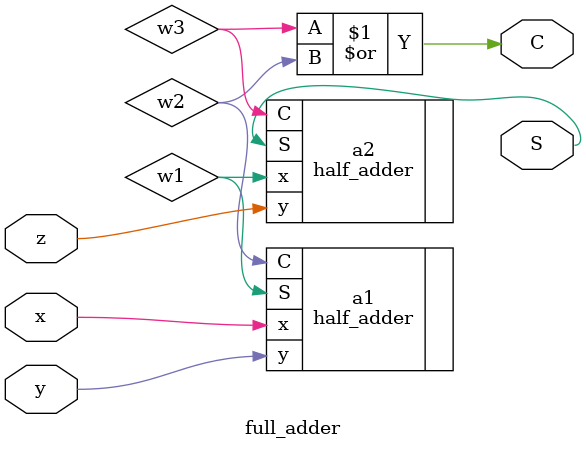
<source format=v>
`timescale 1ns / 1ps


module full_adder(
    input x,
    input y,
    input z,
    output C,
    output S
    );
    
    wire w1, w2, w3; 
    
    half_adder a1 (.x(x), .y(y), .C(w2), .S(w1)); 
    half_adder a2 (.x(w1), .y(z), .C(w3), .S(S)); 
    or (C, w3, w2); 
    
    
endmodule

</source>
